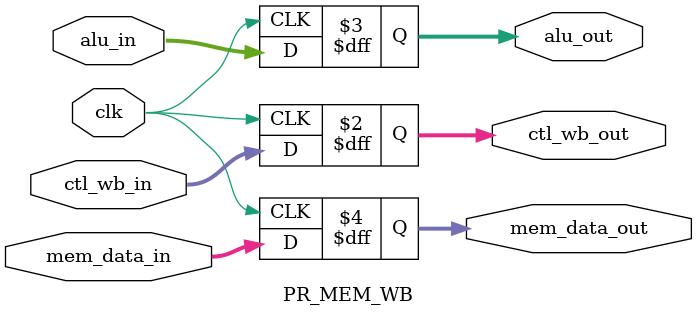
<source format=sv>
module cpu(clk, reset, inst_next, mem_data_out, mem_write, inst_addr, data_addr,
		mem_data_in, N, V, Z, halt);
	input clk, reset;
	input [15:0] inst_next, mem_data_out;
	output mem_write, N, V, Z, halt;
	output [15:0] mem_data_in;
	output reg [8:0] inst_addr, data_addr;

	wire stall, pc_reset;
	wire [1:0] pc_sel, fwd_sel_a, fwd_sel_b;
	wire [15:0] fwd_mem_ex, fwd_wb_ex;
	reg [2:0] Rn_next, Rm_next;

	/*
	 * Pipeline signals.
	 *
	 * Naming convention:
	 *	<stage>_<signalname>
	 *		Wire that connects the two pipeline registers on
	 *		either side of <stage>.
	 *	<signalname>
	 *		Wire that is connected to the combinational logic
	 *		at the stage it is used; e.g., ``op'' at the
	 *		execute stage.
	 *	<stage>_{alu, mem}_out
	 *		Output of {ALU, memory} at <stage>.
	 *
	 * Organisation:
	 *	By whichever stages the wires are connected at.
	 *
	 * Footnote:
	 *	MEM --- prefix for memory stage.
	 *	mem --- CPU input/output signals for RAM module communication.
	 */

	/* Instruction fetch. */
	wire [8:0] PC, pc_next;

	/* Instruction decode. */
	wire ID_asel, ID_bsel, ID_loads, ID_mem_write, ID_rf_write, ID_halt;
	wire [1:0] op, ID_sh, ID_vsel;
	wire [2:0] opcode, cond, Rn, Rd, Rm, reg_w_sel, reg_a_sel,
		reg_b_sel;
	wire [4:0] ID_imm5;
	wire [7:0] ID_imm8;
	wire [15:0] inst, ID_a, ID_b;
	reg [2:0] reg_a, reg_b, ID_reg_w;

	/* Execute. */
	wire asel, bsel, loads, EX_mem_write, EX_rf_write, EX_halt;
	wire [1:0] alu_op, sh, EX_vsel;
	wire [2:0] status, EX_reg_w;
	wire [4:0] imm5;
	wire [7:0] EX_imm8;
	wire [15:0] ain, bin, alu_out, c;

	/* Memory. */
	wire mem_write, MEM_rf_write, MEM_halt;
	wire [1:0] MEM_vsel;
	wire [2:0] MEM_reg_w;
	wire [7:0] MEM_imm8;
	wire [15:0] MEM_alu_out, mem_data_in, mem_data_out, MEM_c;

	/* Writeback. */
	wire rf_write, halt;
	wire [1:0] vsel;
	wire [2:0] reg_w;
	wire [7:0] imm8;
	wire [15:0] out, mdata;
	reg [15:0] rf_in;

	/* PC register (negedge clk). */
	register #(9) U0(~clk, pc_load, pc_next, PC);

	/* Instruction fetch. */

	assign pc_reset = reset;
	assign inst_addr = PC;

	PR_IF_ID PR0(clk, stall, inst_next, inst);

	/* Instruction decode. */

	/* Branching logic. */
	branchlogic BL(pc_reset, pc_sel, opcode, cond, PC, N, V, Z,
		ID_a, ID_imm8, pc_next);

	/* Decoder. */
	assign {opcode, op, Rn, Rd, ID_sh, Rm} = inst;
	assign cond = inst[10:8];
	assign ID_imm5 = inst[4:0];
	assign ID_imm8 = inst[7:0];

	/* Selector for REGFILE read/write registers. */
	always_comb begin
		case (reg_w_sel)
			3'b100: ID_reg_w = Rn;
			3'b010: ID_reg_w = Rd;
			3'b001: ID_reg_w = Rm;
			default: ID_reg_w = 3'bzzz;
		endcase

		case (reg_a_sel)
			3'b100: reg_a = Rn;
			3'b010: reg_a = Rd;
			3'b001: reg_a = Rm;
			default: reg_a = 3'bzzz;
		endcase

		case (reg_b_sel)
			3'b100: reg_b = Rn;
			3'b010: reg_b = Rd;
			3'b001: reg_b = Rm;
			default: reg_b = 3'bzzz;
		endcase
	end

	datapath DP(clk, rf_in, rf_write, reg_w, reg_a, reg_b, ID_a, ID_b);

	control CTL(opcode, op, pc_sel, reg_w_sel, reg_a_sel, reg_b_sel, ID_asel,
		ID_bsel, ID_loads, ID_mem_write, ID_vsel, ID_rf_write, ID_halt);

	PR_ID_EX PR1(clk, stall, {op, ID_sh, ID_imm5, ID_asel, ID_bsel, ID_loads},
		{ID_mem_write}, {ID_imm8, ID_reg_w, ID_vsel, ID_rf_write, ID_halt},
		ID_a, ID_b, {alu_op, sh, imm5, asel, bsel, loads},
		{EX_mem_write}, {EX_imm8, EX_reg_w, EX_vsel, EX_rf_write, EX_halt},
		ain, bin);

	/* Combinational logic for execute stage. */
	EXEC EX(alu_op, sh, asel, bsel, imm5, ain, bin, fwd_sel_a, fwd_sel_b,
		fwd_mem_ex, fwd_wb_ex, status, alu_out, c);

	/* Status register (negedge clk). */
	register #(3) SR(~clk, loads, status, {N, V, Z});

	PR_EX_MEM PR2(clk, {EX_mem_write}, {EX_imm8, EX_reg_w, EX_vsel,
		EX_rf_write, EX_halt}, alu_out, c, {mem_write}, {MEM_imm8, MEM_reg_w,
		MEM_vsel, MEM_rf_write, MEM_halt}, MEM_alu_out, MEM_c);

	/* RAM module inputs. */
	assign data_addr = MEM_alu_out;
	assign mem_data_in = MEM_c;

	PR_MEM_WB PR3(clk, {MEM_imm8, MEM_reg_w, MEM_vsel, MEM_rf_write, MEM_halt},
		MEM_alu_out, mem_data_out, {imm8, reg_w, vsel, rf_write, halt},
		out, mdata);

	/* Hazard detection unit. */
	HDU HDU(ID_reg_w, EX_reg_w, MEM_reg_w, Rn_next, Rm_next, opcode,
		rf_write, mem_write, ctrl_reset, pc_load, stall, fwd_sel_a, fwd_sel_b);

	/* Multiplexer for REGFILE input. */
	always_comb case (vsel)
		2'b00: rf_in = out;
		2'b01: rf_in = mdata;
		2'b10: rf_in = {{8{imm8[7]}}, imm8};
		2'b11: rf_in = {7'b0, PC};
	endcase

	always_ff @(posedge clk) begin
		Rn_next <= Rn;
		Rm_next <= Rm;
	end
endmodule: cpu

/* General n-bit storage registers. */

module register(clk, load, in, out);
	parameter n = 1;
	input clk, load;
	input [n-1:0] in;
	output reg [n-1:0] out;

	always_ff @(posedge clk)
		if (load) out <= in;
endmodule: register

/* Branching logic. */
module branchlogic(pc_reset, pc_sel, opcode, cond, PC, N, V, Z,
		rf_out, imm8, pc_next);
	input pc_reset, N, V, Z;
	input [1:0] pc_sel;
	input [2:0] opcode, cond;
	input [7:0] imm8;
	input [8:0] PC;
	input [15:0] rf_out;
	output reg [8:0] pc_next;

	wire [8:0] sximm8;

	assign sximm8 = {imm8[7], imm8};
	always_comb casex ({pc_reset, pc_sel})
		3'b1_xx:
			pc_next = 9'b0;
		/* Next address in memory. */
		3'b0_00:
			pc_next = PC + 1;
		/* Conditional jumps. */
		3'b0_01: begin
			pc_next = PC;
			case ({opcode, cond})
				/* B. */
				6'b001_000:
					pc_next = PC + sximm8[8:0];
				/* BEQ. */
				6'b001_001: if (Z)
					pc_next = PC + sximm8[8:0];
				/* BNE. */
				6'b001_010: if (~Z)
					pc_next = PC + sximm8[8:0];
				/* BLT. */
				6'b001_011: if (N !== V)
					pc_next = PC + sximm8[8:0];
				/* BLE. */
				6'b001_100: if (N !== V | Z)
					pc_next = PC + sximm8[8:0];
			endcase
		end
		/* BX, BLX. */
		3'b0_10:
			pc_next = rf_out;
		/* BL. */
		3'b0_11:
			pc_next = PC + sximm8[8:0];
	endcase
endmodule: branchlogic

/* EX. */

module EXEC(op, sh, asel, bsel, imm5, ain, bin, fwd_sel_a, fwd_sel_b,
		fwd_mem_ex, fwd_wb_ex, status, out, c);
	input asel, bsel;
	input [1:0] op, sh, fwd_sel_a, fwd_sel_b;
	input [4:0] imm5;
	input [15:0] ain, bin, fwd_mem_ex, fwd_wb_ex;
	output [2:0] status;
	output [15:0] out, c;

	wire [2:0] status;
	wire [15:0] sout;
	reg [15:0] aout, bout;

	shifter U0(bout, sh, sout);
	ALU U1(aout, bout, op, out, status);

	/* ALU bypass. */
	assign c = bin;

	always_comb begin
		case ({2{asel}} | fwd_sel_a)
			2'b00: aout = ain;
			2'b01: aout = fwd_mem_ex;
			2'b10: aout = fwd_wb_ex;
			2'b11: aout = 16'b0;
		endcase

		case ({2{bsel}} | fwd_sel_b)
			2'b00: bout = bin;
			2'b01: bout = fwd_mem_ex;
			2'b10: bout = fwd_wb_ex;
			2'b11: bout = {{11{imm5[4]}}, imm5};
		endcase
	end
endmodule

/*
 * Pipeline registers.
 *
 * Naming conventions:
 *	ctl_<stage>_in, ctl_<stage>_out
 *		Control signals for <stage>.
 *	a_in, b_in, a_out, b_out
 *		Pipeline registers for data.
 *	c_in, c_out
 *		ALU bypass (for STR operations).
 *	alu_in, alu_out
 *		ALU result of operation.
 *	mem_data_in, mem_data_out
 *		Data from memory.
 *
 * Control signals/inputs for each stage:
 *	Decode
 *	- reg_a
 *	- reg_b
 *	- csel
 *	Execute
 *	- op
 *	- asel
 *	- bsel
 *	- imm5
 *	Memory
 *	- mem_write
 *	Writeback
 *	- write
 *	- reg_w
 */

module PR_IF_ID(clk, stall, in, out);
	input clk, stall;
	input [15:0] in;
	output reg [15:0] out;

	always @(posedge clk) begin
		out[15:13] <= 3'b0;
		if (~stall)
			out <= in;
	end
endmodule: PR_IF_ID

module PR_ID_EX(clk, stall, ctl_ex_in, ctl_mem_in, ctl_wb_in, a_in, b_in,
		ctl_ex_out, ctl_mem_out, ctl_wb_out, a_out, b_out);
	input clk, stall, ctl_mem_in;
	input [11:0] ctl_ex_in;
	input [14:0] ctl_wb_in;
	input [15:0] a_in, b_in;
	output reg ctl_mem_out;
	output reg [11:0] ctl_ex_out;
	output reg [14:0] ctl_wb_out;
	output reg [15:0] a_out, b_out;

	always @(posedge clk)
	if (stall) begin
		ctl_ex_out <= 12'b0;
		ctl_mem_out <= 1'b0;
		ctl_wb_out <= 15'b0;
		a_out <= 16'b0;
		b_out <= 16'b0;
	end else begin
		ctl_ex_out <= ctl_ex_in;
		ctl_mem_out <= ctl_mem_in;
		ctl_wb_out <= ctl_wb_in;
		a_out <= a_in;
		b_out <= b_in;
	end
endmodule: PR_ID_EX

module PR_EX_MEM(clk, ctl_mem_in, ctl_wb_in, alu_in, c_in,
		ctl_mem_out, ctl_wb_out, alu_out, c_out);
	input clk, ctl_mem_in;
	input [14:0] ctl_wb_in;
	input [15:0] alu_in, c_in;
	output reg ctl_mem_out;
	output reg [14:0] ctl_wb_out;
	output reg [15:0] alu_out, c_out;

	always @(posedge clk) begin
		ctl_mem_out <= ctl_mem_in;
		ctl_wb_out <= ctl_wb_in;
		alu_out <= alu_in;
		c_out <= c_in;
	end
endmodule: PR_EX_MEM

module PR_MEM_WB(clk, ctl_wb_in, alu_in, mem_data_in,
		ctl_wb_out, alu_out, mem_data_out);
	input clk;
	input [14:0] ctl_wb_in;
	input [15:0] alu_in, mem_data_in;
	output reg [14:0] ctl_wb_out;
	output reg [15:0] alu_out, mem_data_out;

	always @(posedge clk) begin
		ctl_wb_out <= ctl_wb_in;
		alu_out <= alu_in;
		mem_data_out <= mem_data_in;
	end
endmodule: PR_MEM_WB

</source>
